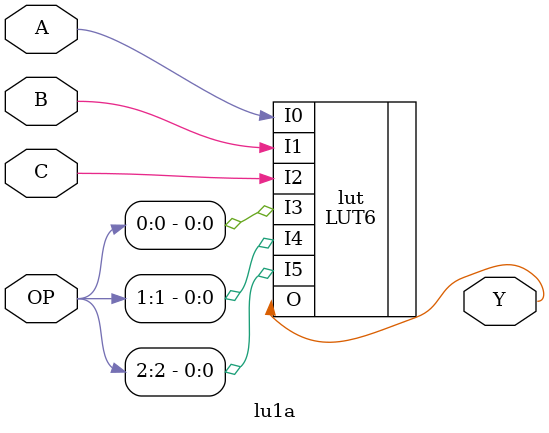
<source format=v>
module lu1a (
    input A,			// register A
    input B,			// register B
    input C,			// constant C
    input [2:0] OP,	// operation select
    output Y			// output
    );
// one LUT6 for multiple and single bit manipulation
LUT6 #(.INIT(64'h5AFA0AA066EE8833)) lut (.I0(A), .I1(B), .I2(C), .I3(OP[0]), .I4(OP[1]), .I5(OP[2]), .O(Y));
endmodule

</source>
